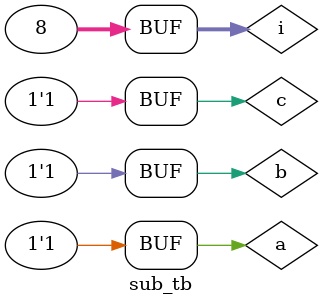
<source format=v>
module sub_tb();
reg a,b,c;
wire by,d;
integer i;
full_sub DUT(a,b,c,by,d);
initial
begin
$monitor("@time: %3d : a is %b, b is %b, c is %b where difference is %b and borrow is %b", $time, a,b,c,d,by);
for (i = 0 ; i <8 ; i = i+1)
begin
{a,b,c} = i;
#10;
end
end
endmodule
</source>
